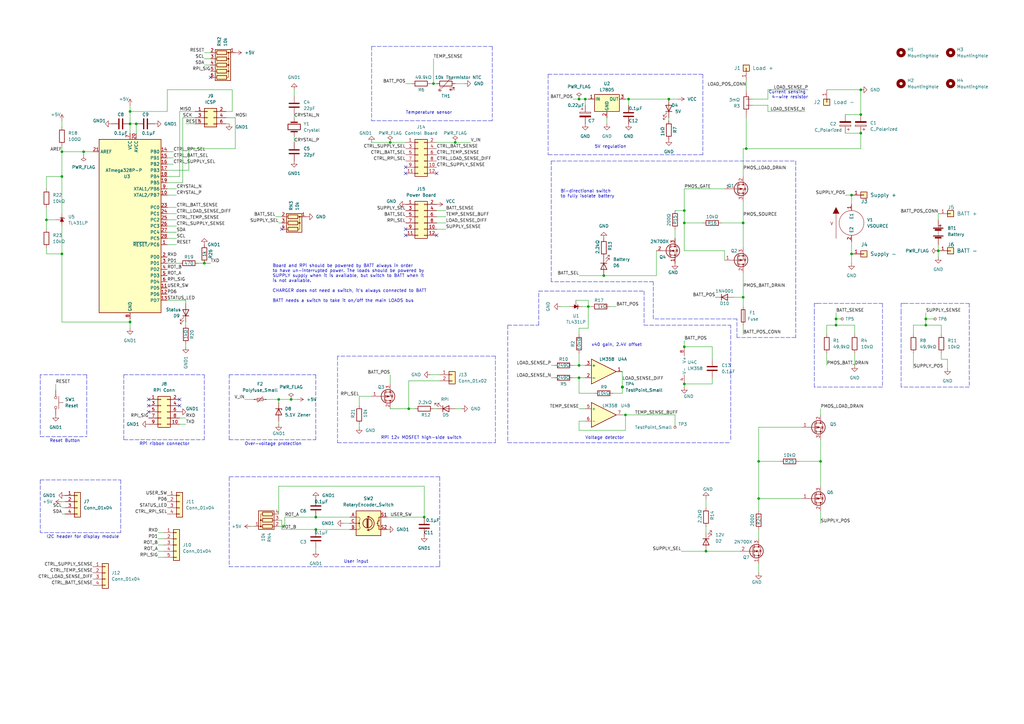
<source format=kicad_sch>
(kicad_sch (version 20211123) (generator eeschema)
  (paper "A3")
  (title_block (title "TARPN Power Manager") (date "2022-04-07") (rev "1") (company "David Arthur K4DBZ") (comment 1 "for TARPN nodes http://tarpn.net") (comment 2 "Power and charger monitoring with automatic shutdown"))
  (junction (at 53.34 45.72))
  (junction (at 247.65 113.03))
  (junction (at 274.32 40.64))
  (junction (at 25.4 72.39))
  (junction (at 83.82 107.95))
  (junction (at 349.25 104.14))
  (junction (at 25.4 62.23))
  (junction (at 353.06 36.83))
  (junction (at 167.64 167.64))
  (junction (at 114.3 163.83))
  (junction (at 19.05 90.17))
  (junction (at 53.34 50.8))
  (junction (at 304.8 121.92))
  (junction (at 240.03 40.64))
  (junction (at 237.49 40.64))
  (junction (at 353.06 46.99))
  (junction (at 353.06 54.61))
  (junction (at 280.67 157.48))
  (junction (at 289.56 226.06))
  (junction (at 311.15 204.47))
  (junction (at 160.02 58.42))
  (junction (at 186.69 58.42))
  (junction (at 379.73 130.81))
  (junction (at 280.67 91.44))
  (junction (at 342.9 133.35))
  (junction (at 336.55 189.23))
  (junction (at 304.8 91.44))
  (junction (at 256.54 170.18))
  (junction (at 306.07 60.96))
  (junction (at 379.73 133.35))
  (junction (at 53.34 132.08))
  (junction (at 173.99 212.09))
  (junction (at 25.4 104.14))
  (junction (at 349.25 80.01))
  (junction (at 129.54 212.09))
  (junction (at 237.49 149.86))
  (junction (at 241.3 125.73))
  (junction (at 34.29 62.23))
  (junction (at 384.81 102.87))
  (junction (at 342.9 130.81))
  (junction (at 129.54 217.17))
  (junction (at 280.67 142.24))
  (junction (at 177.8 34.29))
  (junction (at 237.49 154.94))
  (junction (at 55.88 50.8))
  (junction (at 255.27 158.75))
  (junction (at 311.15 189.23))
  (junction (at 280.67 86.36))
  (junction (at 119.38 163.83))
  (junction (at 257.81 40.64))
  (no_connect (at 86.36 31.75))
  (no_connect (at 60.96 166.37))
  (no_connect (at 60.96 168.91))
  (no_connect (at 115.57 93.98))
  (no_connect (at 166.37 68.58))
  (no_connect (at 166.37 93.98))
  (no_connect (at 179.07 96.52))
  (no_connect (at 166.37 96.52))
  (no_connect (at 179.07 71.12))
  (no_connect (at 166.37 71.12))
  (no_connect (at 60.96 163.83))
  (no_connect (at 73.66 163.83))
  (no_connect (at 73.66 166.37))
  (wire (pts (xy 147.32 162.56) (xy 152.4 162.56)))
  (wire (pts (xy 77.47 60.96) (xy 77.47 69.85)))
  (polyline (pts (xy 201.93 19.05) (xy 201.93 49.53)))
  (wire (pts (xy 339.09 133.35) (xy 342.9 133.35)))
  (wire (pts (xy 68.58 85.09) (xy 72.39 85.09)))
  (wire (pts (xy 289.56 215.9) (xy 289.56 218.44)))
  (polyline (pts (xy 326.39 138.43) (xy 302.26 138.43)))
  (wire (pts (xy 68.58 107.95) (xy 73.66 107.95)))
  (polyline (pts (xy 302.26 130.81) (xy 267.97 130.81)))
  (wire (pts (xy 83.82 107.95) (xy 86.36 107.95)))
  (wire (pts (xy 241.3 134.62) (xy 237.49 134.62)))
  (polyline (pts (xy 50.8 180.34) (xy 50.8 153.67)))
  (wire (pts (xy 64.77 218.44) (xy 67.31 218.44)))
  (wire (pts (xy 248.92 50.8) (xy 248.92 48.26)))
  (wire (pts (xy 64.77 223.52) (xy 67.31 223.52)))
  (wire (pts (xy 280.67 91.44) (xy 288.29 91.44)))
  (polyline (pts (xy 288.29 30.48) (xy 288.29 63.5)))
  (wire (pts (xy 25.4 104.14) (xy 25.4 132.08)))
  (wire (pts (xy 80.01 45.72) (xy 73.66 45.72)))
  (polyline (pts (xy 267.97 130.81) (xy 267.97 115.57)))
  (wire (pts (xy 256.54 170.18) (xy 256.54 176.53)))
  (wire (pts (xy 176.53 153.67) (xy 180.34 153.67)))
  (wire (pts (xy 73.66 171.45) (xy 76.2 171.45)))
  (wire (pts (xy 292.1 154.94) (xy 292.1 157.48)))
  (wire (pts (xy 129.54 217.17) (xy 143.51 217.17)))
  (wire (pts (xy 80.01 48.26) (xy 74.93 48.26)))
  (polyline (pts (xy 224.79 30.48) (xy 288.29 30.48)))
  (wire (pts (xy 25.4 208.28) (xy 26.67 208.28)))
  (polyline (pts (xy 203.2 181.61) (xy 203.2 146.05)))
  (wire (pts (xy 255.27 170.18) (xy 256.54 170.18)))
  (polyline (pts (xy 203.2 146.05) (xy 138.43 146.05)))
  (wire (pts (xy 229.87 125.73) (xy 233.68 125.73)))
  (wire (pts (xy 68.58 80.01) (xy 72.39 80.01)))
  (wire (pts (xy 237.49 161.29) (xy 243.84 161.29)))
  (wire (pts (xy 55.88 50.8) (xy 55.88 54.61)))
  (wire (pts (xy 158.75 212.09) (xy 173.99 212.09)))
  (polyline (pts (xy 220.98 133.35) (xy 220.98 119.38)))
  (wire (pts (xy 280.67 77.47) (xy 280.67 86.36)))
  (wire (pts (xy 143.51 214.63) (xy 140.97 214.63)))
  (wire (pts (xy 292.1 142.24) (xy 292.1 147.32)))
  (wire (pts (xy 374.65 133.35) (xy 379.73 133.35)))
  (wire (pts (xy 374.65 137.16) (xy 374.65 133.35)))
  (wire (pts (xy 304.8 60.96) (xy 306.07 60.96)))
  (wire (pts (xy 114.3 91.44) (xy 115.57 91.44)))
  (wire (pts (xy 269.24 102.87) (xy 269.24 113.03)))
  (wire (pts (xy 120.65 39.37) (xy 120.65 36.83)))
  (wire (pts (xy 73.66 45.72) (xy 73.66 72.39)))
  (wire (pts (xy 350.52 133.35) (xy 350.52 137.16)))
  (polyline (pts (xy 50.8 153.67) (xy 83.82 153.67)))
  (wire (pts (xy 304.8 121.92) (xy 304.8 125.73)))
  (wire (pts (xy 176.53 34.29) (xy 177.8 34.29)))
  (polyline (pts (xy 93.98 180.34) (xy 129.54 180.34)))
  (wire (pts (xy 73.66 173.99) (xy 76.2 173.99)))
  (polyline (pts (xy 50.8 180.34) (xy 83.82 180.34)))
  (wire (pts (xy 342.9 133.35) (xy 350.52 133.35)))
  (polyline (pts (xy 152.4 19.05) (xy 152.4 49.53)))
  (wire (pts (xy 242.57 125.73) (xy 241.3 125.73)))
  (wire (pts (xy 237.49 40.64) (xy 240.03 40.64)))
  (wire (pts (xy 179.07 167.64) (xy 177.8 167.64)))
  (wire (pts (xy 247.65 113.03) (xy 269.24 113.03)))
  (wire (pts (xy 304.8 111.76) (xy 304.8 121.92)))
  (wire (pts (xy 19.05 104.14) (xy 25.4 104.14)))
  (wire (pts (xy 342.9 130.81) (xy 345.44 130.81)))
  (wire (pts (xy 349.25 107.95) (xy 349.25 104.14)))
  (wire (pts (xy 81.28 107.95) (xy 83.82 107.95)))
  (wire (pts (xy 276.86 175.26) (xy 276.86 170.18)))
  (wire (pts (xy 311.15 217.17) (xy 311.15 220.98)))
  (wire (pts (xy 182.88 88.9) (xy 179.07 88.9)))
  (wire (pts (xy 64.77 228.6) (xy 67.31 228.6)))
  (wire (pts (xy 311.15 189.23) (xy 311.15 204.47)))
  (wire (pts (xy 68.58 95.25) (xy 72.39 95.25)))
  (wire (pts (xy 237.49 154.94) (xy 237.49 161.29)))
  (wire (pts (xy 120.65 46.99) (xy 120.65 48.26)))
  (wire (pts (xy 68.58 123.19) (xy 76.2 123.19)))
  (wire (pts (xy 256.54 40.64) (xy 257.81 40.64)))
  (wire (pts (xy 95.25 45.72) (xy 95.25 36.83)))
  (wire (pts (xy 68.58 45.72) (xy 53.34 45.72)))
  (wire (pts (xy 280.67 157.48) (xy 292.1 157.48)))
  (wire (pts (xy 160.02 58.42) (xy 166.37 58.42)))
  (polyline (pts (xy 138.43 146.05) (xy 138.43 181.61)))
  (polyline (pts (xy 369.57 128.27) (xy 369.57 124.46)))
  (wire (pts (xy 53.34 132.08) (xy 53.34 134.62)))
  (wire (pts (xy 257.81 40.64) (xy 274.32 40.64)))
  (wire (pts (xy 384.81 105.41) (xy 384.81 102.87)))
  (wire (pts (xy 53.34 43.18) (xy 53.34 45.72)))
  (wire (pts (xy 306.07 60.96) (xy 353.06 60.96)))
  (polyline (pts (xy 35.56 153.67) (xy 35.56 179.07)))
  (wire (pts (xy 336.55 167.64) (xy 336.55 170.18)))
  (wire (pts (xy 182.88 93.98) (xy 179.07 93.98)))
  (wire (pts (xy 177.8 24.13) (xy 177.8 34.29)))
  (wire (pts (xy 53.34 45.72) (xy 53.34 50.8)))
  (wire (pts (xy 241.3 123.19) (xy 241.3 125.73)))
  (wire (pts (xy 304.8 60.96) (xy 304.8 72.39)))
  (wire (pts (xy 186.69 58.42) (xy 193.04 58.42)))
  (wire (pts (xy 236.22 123.19) (xy 241.3 123.19)))
  (wire (pts (xy 379.73 133.35) (xy 386.08 133.35)))
  (polyline (pts (xy 16.51 196.85) (xy 49.53 196.85)))
  (wire (pts (xy 280.67 158.75) (xy 280.67 157.48)))
  (polyline (pts (xy 93.98 153.67) (xy 129.54 153.67)))
  (wire (pts (xy 74.93 48.26) (xy 74.93 74.93)))
  (wire (pts (xy 234.95 40.64) (xy 237.49 40.64)))
  (wire (pts (xy 114.3 165.1) (xy 114.3 163.83)))
  (wire (pts (xy 53.34 50.8) (xy 55.88 50.8)))
  (wire (pts (xy 96.52 48.26) (xy 96.52 60.96)))
  (wire (pts (xy 342.9 130.81) (xy 342.9 133.35)))
  (wire (pts (xy 80.01 50.8) (xy 76.2 50.8)))
  (wire (pts (xy 306.07 48.26) (xy 306.07 60.96)))
  (wire (pts (xy 289.56 204.47) (xy 289.56 208.28)))
  (wire (pts (xy 100.33 163.83) (xy 104.14 163.83)))
  (wire (pts (xy 76.2 140.97) (xy 76.2 142.24)))
  (polyline (pts (xy 361.95 124.46) (xy 361.95 158.75)))
  (polyline (pts (xy 264.16 119.38) (xy 264.16 133.35)))
  (polyline (pts (xy 334.01 124.46) (xy 335.28 124.46)))
  (wire (pts (xy 251.46 161.29) (xy 255.27 161.29)))
  (wire (pts (xy 240.03 172.72) (xy 237.49 172.72)))
  (wire (pts (xy 182.88 86.36) (xy 179.07 86.36)))
  (polyline (pts (xy 208.28 133.35) (xy 220.98 133.35)))
  (wire (pts (xy 386.08 133.35) (xy 386.08 137.16)))
  (wire (pts (xy 177.8 34.29) (xy 179.07 34.29)))
  (wire (pts (xy 166.37 34.29) (xy 168.91 34.29)))
  (wire (pts (xy 19.05 85.09) (xy 19.05 90.17)))
  (wire (pts (xy 311.15 204.47) (xy 328.93 204.47)))
  (wire (pts (xy 289.56 226.06) (xy 303.53 226.06)))
  (wire (pts (xy 19.05 90.17) (xy 22.86 90.17)))
  (wire (pts (xy 186.69 167.64) (xy 189.23 167.64)))
  (polyline (pts (xy 361.95 158.75) (xy 334.01 158.75)))
  (wire (pts (xy 96.52 60.96) (xy 77.47 60.96)))
  (wire (pts (xy 384.81 87.63) (xy 384.81 90.17)))
  (wire (pts (xy 114.3 163.83) (xy 119.38 163.83)))
  (wire (pts (xy 34.29 62.23) (xy 38.1 62.23)))
  (polyline (pts (xy 49.53 196.85) (xy 49.53 218.44)))
  (wire (pts (xy 257.81 43.18) (xy 257.81 40.64)))
  (wire (pts (xy 71.12 64.77) (xy 68.58 64.77)))
  (polyline (pts (xy 326.39 66.04) (xy 326.39 114.3)))
  (wire (pts (xy 297.18 102.87) (xy 297.18 106.68)))
  (wire (pts (xy 226.06 149.86) (xy 227.33 149.86)))
  (wire (pts (xy 330.2 45.72) (xy 314.96 45.72)))
  (polyline (pts (xy 180.34 231.14) (xy 180.34 232.41)))
  (wire (pts (xy 179.07 58.42) (xy 186.69 58.42)))
  (wire (pts (xy 240.03 40.64) (xy 241.3 40.64)))
  (wire (pts (xy 129.54 226.06) (xy 129.54 224.79)))
  (polyline (pts (xy 267.97 115.57) (xy 226.06 115.57)))
  (polyline (pts (xy 226.06 66.04) (xy 257.81 66.04)))
  (wire (pts (xy 311.15 175.26) (xy 311.15 189.23)))
  (wire (pts (xy 77.47 69.85) (xy 68.58 69.85)))
  (polyline (pts (xy 288.29 63.5) (xy 224.79 63.5)))
  (wire (pts (xy 276.86 86.36) (xy 280.67 86.36)))
  (wire (pts (xy 152.4 58.42) (xy 160.02 58.42)))
  (wire (pts (xy 379.73 130.81) (xy 383.54 130.81)))
  (wire (pts (xy 353.06 46.99) (xy 353.06 36.83)))
  (wire (pts (xy 19.05 101.6) (xy 19.05 104.14)))
  (wire (pts (xy 295.91 91.44) (xy 304.8 91.44)))
  (wire (pts (xy 304.8 91.44) (xy 304.8 101.6)))
  (wire (pts (xy 237.49 176.53) (xy 256.54 176.53)))
  (wire (pts (xy 64.77 226.06) (xy 67.31 226.06)))
  (wire (pts (xy 53.34 132.08) (xy 25.4 132.08)))
  (wire (pts (xy 336.55 209.55) (xy 336.55 214.63)))
  (wire (pts (xy 114.3 199.39) (xy 173.99 199.39)))
  (wire (pts (xy 114.3 172.72) (xy 114.3 173.99)))
  (wire (pts (xy 72.39 90.17) (xy 68.58 90.17)))
  (wire (pts (xy 280.67 77.47) (xy 297.18 77.47)))
  (wire (pts (xy 314.96 43.18) (xy 314.96 45.72)))
  (wire (pts (xy 25.4 92.71) (xy 25.4 104.14)))
  (polyline (pts (xy 152.4 19.05) (xy 201.93 19.05)))
  (wire (pts (xy 25.4 72.39) (xy 25.4 62.23)))
  (wire (pts (xy 116.84 212.09) (xy 129.54 212.09)))
  (wire (pts (xy 327.66 189.23) (xy 336.55 189.23)))
  (polyline (pts (xy 180.34 195.58) (xy 180.34 231.14)))
  (wire (pts (xy 379.73 130.81) (xy 379.73 133.35)))
  (wire (pts (xy 25.4 205.74) (xy 26.67 205.74)))
  (wire (pts (xy 308.61 40.64) (xy 314.96 40.64)))
  (wire (pts (xy 25.4 210.82) (xy 26.67 210.82)))
  (wire (pts (xy 129.54 212.09) (xy 143.51 212.09)))
  (wire (pts (xy 34.29 62.23) (xy 34.29 63.5)))
  (polyline (pts (xy 326.39 114.3) (xy 326.39 138.43)))
  (wire (pts (xy 76.2 132.08) (xy 76.2 133.35)))
  (polyline (pts (xy 93.98 180.34) (xy 93.98 153.67)))
  (wire (pts (xy 353.06 60.96) (xy 353.06 54.61)))
  (polyline (pts (xy 208.28 181.61) (xy 299.72 181.61)))
  (wire (pts (xy 311.15 231.14) (xy 311.15 234.95)))
  (wire (pts (xy 68.58 77.47) (xy 72.39 77.47)))
  (polyline (pts (xy 257.81 66.04) (xy 326.39 66.04)))
  (wire (pts (xy 68.58 74.93) (xy 74.93 74.93)))
  (wire (pts (xy 116.84 212.09) (xy 116.84 215.9)))
  (wire (pts (xy 53.34 130.81) (xy 53.34 132.08)))
  (polyline (pts (xy 299.72 180.34) (xy 299.72 133.35)))
  (wire (pts (xy 120.65 55.88) (xy 120.65 58.42)))
  (polyline (pts (xy 16.51 196.85) (xy 16.51 218.44)))
  (wire (pts (xy 349.25 104.14) (xy 349.25 99.06)))
  (wire (pts (xy 349.25 83.82) (xy 349.25 80.01)))
  (wire (pts (xy 237.49 154.94) (xy 240.03 154.94)))
  (wire (pts (xy 160.02 153.67) (xy 160.02 157.48)))
  (polyline (pts (xy 208.28 133.35) (xy 208.28 181.61)))
  (wire (pts (xy 109.22 163.83) (xy 114.3 163.83)))
  (wire (pts (xy 386.08 147.32) (xy 386.08 144.78)))
  (wire (pts (xy 304.8 82.55) (xy 304.8 91.44)))
  (wire (pts (xy 68.58 36.83) (xy 68.58 45.72)))
  (wire (pts (xy 280.67 86.36) (xy 280.67 91.44)))
  (wire (pts (xy 92.71 50.8) (xy 93.98 50.8)))
  (wire (pts (xy 114.3 210.82) (xy 114.3 199.39)))
  (polyline (pts (xy 180.34 195.58) (xy 93.98 195.58)))
  (wire (pts (xy 339.09 36.83) (xy 353.06 36.83)))
  (wire (pts (xy 95.25 36.83) (xy 68.58 36.83)))
  (wire (pts (xy 280.67 139.7) (xy 280.67 142.24)))
  (polyline (pts (xy 16.51 153.67) (xy 16.51 179.07)))
  (wire (pts (xy 92.71 48.26) (xy 96.52 48.26)))
  (wire (pts (xy 147.32 175.26) (xy 147.32 173.99)))
  (wire (pts (xy 167.64 156.21) (xy 180.34 156.21)))
  (wire (pts (xy 53.34 50.8) (xy 53.34 54.61)))
  (polyline (pts (xy 93.98 195.58) (xy 93.98 232.41)))
  (wire (pts (xy 280.67 142.24) (xy 292.1 142.24)))
  (wire (pts (xy 255.27 152.4) (xy 255.27 158.75)))
  (wire (pts (xy 238.76 125.73) (xy 241.3 125.73)))
  (wire (pts (xy 182.88 91.44) (xy 179.07 91.44)))
  (wire (pts (xy 237.49 137.16) (xy 237.49 134.62)))
  (wire (pts (xy 22.86 157.48) (xy 22.86 160.02)))
  (wire (pts (xy 276.86 93.98) (xy 276.86 97.79)))
  (wire (pts (xy 346.71 54.61) (xy 353.06 54.61)))
  (wire (pts (xy 19.05 90.17) (xy 19.05 93.98)))
  (polyline (pts (xy 370.84 124.46) (xy 397.51 124.46)))
  (wire (pts (xy 64.77 220.98) (xy 67.31 220.98)))
  (polyline (pts (xy 334.01 158.75) (xy 334.01 128.27)))
  (wire (pts (xy 73.66 72.39) (xy 68.58 72.39)))
  (wire (pts (xy 350.52 144.78) (xy 350.52 149.86)))
  (wire (pts (xy 388.62 147.32) (xy 386.08 147.32)))
  (polyline (pts (xy 220.98 119.38) (xy 264.16 119.38)))
  (wire (pts (xy 336.55 189.23) (xy 336.55 199.39)))
  (wire (pts (xy 160.02 167.64) (xy 167.64 167.64)))
  (wire (pts (xy 71.12 62.23) (xy 68.58 62.23)))
  (wire (pts (xy 167.64 167.64) (xy 167.64 156.21)))
  (wire (pts (xy 256.54 170.18) (xy 276.86 170.18)))
  (wire (pts (xy 255.27 158.75) (xy 255.27 161.29)))
  (wire (pts (xy 226.06 154.94) (xy 227.33 154.94)))
  (wire (pts (xy 116.84 215.9) (xy 114.3 215.9)))
  (wire (pts (xy 83.82 21.59) (xy 86.36 21.59)))
  (wire (pts (xy 83.82 24.13) (xy 86.36 24.13)))
  (wire (pts (xy 237.49 149.86) (xy 240.03 149.86)))
  (wire (pts (xy 237.49 167.64) (xy 240.03 167.64)))
  (wire (pts (xy 280.67 102.87) (xy 297.18 102.87)))
  (polyline (pts (xy 16.51 179.07) (xy 35.56 179.07)))
  (wire (pts (xy 102.87 215.9) (xy 104.14 215.9)))
  (wire (pts (xy 304.8 121.92) (xy 300.99 121.92)))
  (wire (pts (xy 342.9 128.27) (xy 342.9 130.81)))
  (wire (pts (xy 19.05 77.47) (xy 19.05 72.39)))
  (wire (pts (xy 379.73 128.27) (xy 379.73 130.81)))
  (wire (pts (xy 76.2 123.19) (xy 76.2 124.46)))
  (wire (pts (xy 237.49 144.78) (xy 237.49 149.86)))
  (wire (pts (xy 234.95 149.86) (xy 237.49 149.86)))
  (polyline (pts (xy 264.16 133.35) (xy 299.72 133.35)))
  (wire (pts (xy 68.58 87.63) (xy 72.39 87.63)))
  (polyline (pts (xy 35.56 153.67) (xy 16.51 153.67)))
  (polyline (pts (xy 93.98 232.41) (xy 180.34 232.41)))
  (wire (pts (xy 304.8 133.35) (xy 304.8 137.16)))
  (wire (pts (xy 331.47 36.83) (xy 314.96 36.83)))
  (wire (pts (xy 92.71 45.72) (xy 95.25 45.72)))
  (wire (pts (xy 25.4 87.63) (xy 25.4 72.39)))
  (wire (pts (xy 336.55 180.34) (xy 336.55 189.23)))
  (wire (pts (xy 119.38 163.83) (xy 121.92 163.83)))
  (wire (pts (xy 314.96 40.64) (xy 314.96 36.83)))
  (wire (pts (xy 115.57 213.36) (xy 114.3 213.36)))
  (wire (pts (xy 339.09 137.16) (xy 339.09 133.35)))
  (polyline (pts (xy 224.79 30.48) (xy 224.79 63.5)))
  (polyline (pts (xy 83.82 153.67) (xy 83.82 180.34)))
  (wire (pts (xy 25.4 62.23) (xy 34.29 62.23)))
  (polyline (pts (xy 397.51 124.46) (xy 397.51 158.75)))
  (wire (pts (xy 306.07 33.02) (xy 306.07 36.83)))
  (wire (pts (xy 237.49 172.72) (xy 237.49 176.53)))
  (wire (pts (xy 240.03 43.18) (xy 240.03 40.64)))
  (wire (pts (xy 308.61 43.18) (xy 314.96 43.18)))
  (wire (pts (xy 25.4 59.69) (xy 25.4 62.23)))
  (wire (pts (xy 237.49 113.03) (xy 247.65 113.03)))
  (wire (pts (xy 339.09 144.78) (xy 339.09 149.86)))
  (polyline (pts (xy 397.51 158.75) (xy 369.57 158.75)))
  (wire (pts (xy 186.69 34.29) (xy 190.5 34.29)))
  (polyline (pts (xy 369.57 124.46) (xy 370.84 124.46)))
  (polyline (pts (xy 334.01 128.27) (xy 334.01 124.46)))
  (wire (pts (xy 83.82 26.67) (xy 86.36 26.67)))
  (wire (pts (xy 328.93 175.26) (xy 311.15 175.26)))
  (polyline (pts (xy 335.28 124.46) (xy 361.95 124.46)))
  (polyline (pts (xy 129.54 153.67) (xy 129.54 180.34)))
  (polyline (pts (xy 226.06 115.57) (xy 226.06 66.04)))
  (wire (pts (xy 19.05 72.39) (xy 25.4 72.39)))
  (wire (pts (xy 68.58 92.71) (xy 72.39 92.71)))
  (wire (pts (xy 115.57 217.17) (xy 129.54 217.17)))
  (wire (pts (xy 274.32 48.26) (xy 274.32 49.53)))
  (polyline (pts (xy 302.26 138.43) (xy 302.26 130.81)))
  (wire (pts (xy 167.64 167.64) (xy 170.18 167.64)))
  (wire (pts (xy 374.65 144.78) (xy 374.65 151.13)))
  (wire (pts (xy 68.58 100.33) (xy 72.39 100.33)))
  (wire (pts (xy 71.12 67.31) (xy 68.58 67.31)))
  (polyline (pts (xy 201.93 49.53) (xy 152.4 49.53)))
  (wire (pts (xy 252.73 125.73) (xy 250.19 125.73)))
  (wire (pts (xy 388.62 147.32) (xy 388.62 151.13)))
  (wire (pts (xy 346.71 46.99) (xy 353.06 46.99)))
  (wire (pts (xy 173.99 199.39) (xy 173.99 212.09)))
  (wire (pts (xy 241.3 125.73) (xy 241.3 134.62)))
  (wire (pts (xy 274.32 40.64) (xy 278.13 40.64)))
  (wire (pts (xy 68.58 97.79) (xy 72.39 97.79)))
  (polyline (pts (xy 49.53 218.44) (xy 16.51 218.44)))
  (wire (pts (xy 280.67 91.44) (xy 280.67 102.87)))
  (wire (pts (xy 147.32 162.56) (xy 147.32 166.37)))
  (wire (pts (xy 311.15 204.47) (xy 311.15 209.55)))
  (wire (pts (xy 384.81 102.87) (xy 384.81 100.33)))
  (wire (pts (xy 25.4 49.53) (xy 25.4 52.07)))
  (polyline (pts (xy 369.57 158.75) (xy 369.57 128.27)))
  (wire (pts (xy 115.57 213.36) (xy 115.57 217.17)))
  (polyline (pts (xy 138.43 181.61) (xy 203.2 181.61)))
  (wire (pts (xy 346.71 80.01) (xy 349.25 80.01)))
  (wire (pts (xy 113.03 88.9) (xy 115.57 88.9)))
  (wire (pts (xy 311.15 189.23) (xy 320.04 189.23)))
  (wire (pts (xy 279.4 226.06) (xy 289.56 226.06)))
  (wire (pts (xy 234.95 154.94) (xy 237.49 154.94)))
  (text "I2C header for display module" (at 19.05 220.98 0) (effects (font (size 1.27 1.27)) (justify left bottom)))
  (text "Bi-directional switch\nto fully isolate battery" (at 229.87 81.28 0) (effects (font (size 1.27 1.27)) (justify left bottom)))
  (text "RPi 12v MOSFET high-side switch" (at 156.21 180.34 0) (effects (font (size 1.27 1.27)) (justify left bottom)))
  (text "RPi ribbon connector" (at 57.15 182.88 0) (effects (font (size 1.27 1.27)) (justify left bottom)))
  (text "Reset Button" (at 20.32 181.61 0) (effects (font (size 1.27 1.27)) (justify left bottom)))
  (text "Board and RPi should be powered by BATT always in order \nto have un-interrupted power. The loads should be powered by\nSUPPLY supply when it is available, but switch to BATT when it\nis not available.\n\nCHARGER does not need a switch, it's always connected to BATT\n\nBATT needs a switch to take it on/off the main LOADS bus\n\n\n" (at 111.76 128.27 0) (effects (font (size 1.27 1.27)) (justify left bottom)))
  (text "5V regulation" (at 243.84 60.96 0) (effects (font (size 1.27 1.27)) (justify left bottom)))
  (text "Temperature sensor" (at 166.37 46.99 0) (effects (font (size 1.27 1.27)) (justify left bottom)))
  (text "Over-voltage protection" (at 100.33 182.88 0) (effects (font (size 1.27 1.27)) (justify left bottom)))
  (text "x40 gain, 2.4V offset" (at 242.57 142.24 0) (effects (font (size 1.27 1.27)) (justify left bottom)))
  (text "Current sensing \n4-wire resistor\n" (at 331.47 40.64 180) (effects (font (size 1.27 1.27)) (justify right bottom)))
  (text "Voltage detector" (at 240.03 180.34 0) (effects (font (size 1.27 1.27)) (justify left bottom)))
  (text "User input" (at 140.97 231.14 0) (effects (font (size 1.27 1.27)) (justify left bottom)))
  (label "CTRL_BATT_SENSE" (at 179.07 60.96 0))
  (label "TEMP_SENSE_BUFF" (at 182.88 88.9 0))
  (label "MOSI" (at 96.52 48.26 0))
  (label "SUPPLY_POS" (at 374.65 151.13 0))
  (label "CTRL_LOAD_SENSE_DIFF" (at 72.39 87.63 0))
  (label "SDA" (at 25.4 210.82 180))
  (label "BATT_POS" (at 234.95 40.64 180))
  (label "PMOS_GATE" (at 280.67 77.47 0))
  (label "SUPPLY_SEL" (at 279.4 226.06 180))
  (label "PD6" (at 68.58 120.65 0))
  (label "BATT_POS" (at 166.37 34.29 180))
  (label "SCL" (at 25.4 208.28 180))
  (label "CTRL_LOAD_SENSE_DIFF" (at 38.1 237.49 180))
  (label "CTRL_TEMP_SENSE" (at 38.1 234.95 180))
  (label "RESET" (at 22.86 157.48 0))
  (label "BATT_SEL" (at 113.03 88.9 180))
  (label "TEMP_SENSE" (at 237.49 167.64 180))
  (label "CTRL_SUPPLY_SENSE" (at 38.1 232.41 180))
  (label "RPI_SEL" (at 166.37 91.44 180))
  (label "LOAD_SENSE_P" (at 331.47 36.83 180))
  (label "BATT_SEL" (at 166.37 88.9 180))
  (label "SDA" (at 72.39 95.25 0))
  (label "RPI_SEL" (at 147.32 162.56 180))
  (label "TXD" (at 76.2 173.99 0))
  (label "ROT_B" (at 115.57 217.17 0))
  (label "BATT_POS" (at 160.02 153.67 180))
  (label "RPI_SIG" (at 64.77 228.6 180))
  (label "STATUS_LED" (at 68.58 208.28 180))
  (label "RXD" (at 64.77 218.44 180))
  (label "LOAD_SENSE_N" (at 330.2 45.72 180))
  (label "PD6" (at 68.58 205.74 180))
  (label "CRYSTAL_P" (at 72.39 80.01 0))
  (label "SCL" (at 72.39 97.79 0))
  (label "AREF" (at 25.4 62.23 180))
  (label "USER_SW" (at 168.91 212.09 180))
  (label "LOAD_SENSE_N" (at 226.06 154.94 180))
  (label "PMOS_BATT_DRAIN" (at 339.09 149.86 0))
  (label "RPI_SIG" (at 68.58 115.57 0))
  (label "BATT_POS_CONN" (at 384.81 87.63 180))
  (label "PMOS_LOAD_DRAIN" (at 336.55 167.64 0))
  (label "CTRL_TEMP_SENSE" (at 72.39 90.17 0))
  (label "MISO" (at 73.66 45.72 0))
  (label "PD1" (at 68.58 107.95 0))
  (label "PMOS_LOAD_DRAIN" (at 304.8 69.85 0))
  (label "ROT_B" (at 64.77 223.52 180))
  (label "PMOS_BATT_DRAIN" (at 304.8 118.11 0))
  (label "CRYSTAL_N" (at 72.39 77.47 0))
  (label "V_IN" (at 193.04 58.42 0))
  (label "CTRL_BATT_SEL" (at 166.37 63.5 180))
  (label "CRYSTAL_P" (at 120.65 58.42 0))
  (label "RXD" (at 76.2 171.45 0))
  (label "BATT_POS_CONN" (at 304.8 137.16 0))
  (label "SUPPLY_POS" (at 336.55 214.63 0))
  (label "RPI_SIG" (at 86.36 29.21 180))
  (label "BATT_POS" (at 252.73 125.73 0))
  (label "CTRL_BATT_SENSE" (at 38.1 240.03 180))
  (label "SUPPLY_SENSE" (at 182.88 93.98 0))
  (label "SUPPLY_POS" (at 346.71 80.01 180))
  (label "ROT_A" (at 68.58 113.03 0))
  (label "TEMP_SENSE" (at 177.8 24.13 0))
  (label "BATT_SEL" (at 237.49 113.03 180))
  (label "SUPPLY_SEL" (at 166.37 86.36 180))
  (label "RESET" (at 76.2 50.8 0))
  (label "CTRL_BATT_SEL" (at 71.12 64.77 0))
  (label "ROT_B" (at 68.58 110.49 0))
  (label "CTRL_SUPPLY_SEL" (at 71.12 67.31 0))
  (label "LOAD_SENSE_DIFF" (at 255.27 156.21 0))
  (label "USER_SW" (at 68.58 203.2 180))
  (label "RESET" (at 72.39 100.33 0))
  (label "BATT_SENSE" (at 342.9 128.27 0))
  (label "CTRL_SUPPLY_SENSE" (at 179.07 68.58 0))
  (label "SDA" (at 83.82 26.67 180))
  (label "LOAD_SENSE_P" (at 226.06 149.86 180))
  (label "RPI_SIG" (at 60.96 171.45 180))
  (label "BATT_POS" (at 280.67 139.7 0))
  (label "SUPPLY_SEL" (at 114.3 91.44 180))
  (label "RESET" (at 83.82 21.59 180))
  (label "PMOS_SOURCE" (at 304.8 88.9 0))
  (label "CTRL_LOAD_SENSE_DIFF" (at 179.07 66.04 0))
  (label "V_IN" (at 100.33 163.83 180))
  (label "TEMP_SENSE_BUFF" (at 260.35 170.18 0))
  (label "USER_SW" (at 68.58 118.11 0))
  (label "CTRL_SUPPLY_SEL" (at 166.37 60.96 180))
  (label "TXD" (at 86.36 107.95 0))
  (label "ROT_A" (at 116.84 212.09 0))
  (label "RXD" (at 68.58 105.41 0))
  (label "SCL" (at 83.82 24.13 180))
  (label "STATUS_LED" (at 68.58 123.19 0))
  (label "SCK" (at 74.93 48.26 0))
  (label "LOAD_SENSE_DIFF" (at 182.88 91.44 0))
  (label "CTRL_RPI_SEL" (at 68.58 210.82 180))
  (label "CTRL_RPI_SEL" (at 71.12 62.23 0))
  (label "CTRL_TEMP_SENSE" (at 179.07 63.5 0))
  (label "CRYSTAL_N" (at 120.65 48.26 0))
  (label "LOAD_POS_CONN" (at 306.07 35.56 180))
  (label "BATT_SENSE" (at 182.88 86.36 0))
  (label "PD1" (at 64.77 220.98 180))
  (label "BATT_POS" (at 293.37 121.92 180))
  (label "CTRL_SUPPLY_SENSE" (at 72.39 92.71 0))
  (label "SUPPLY_SENSE" (at 379.73 128.27 0))
  (label "CTRL_BATT_SENSE" (at 72.39 85.09 0))
  (label "CTRL_RPI_SEL" (at 166.37 66.04 180))
  (label "ROT_A" (at 64.77 226.06 180))
  (symbol (lib_id "Device:R") (at 237.49 140.97 180) (unit 1)
    (property "Reference" "R2" (at 234.95 139.7 90) (effects (justify left)))
    (property "Value" "10kΩ" (at 237.49 138.43 90) (effects (justify left)))
    (property "Footprint" "Resistor_THT:R_Axial_DIN0207_L6.3mm_D2.5mm_P10.16mm_Horizontal" (effects hide))
  )
  (symbol (lib_id "power:GND") (at 276.86 107.95 0) (unit 1)
    (property "Reference" "#PWR0135" (effects hide))
    (property "Value" "GND" (at 278.13 111.76 0) (effects (justify right)))
  )
  (symbol (lib_id "power:+5V") (at 96.52 21.59 270) (unit 1)
    (property "Reference" "#PWR0136" (effects hide))
    (property "Value" "+5V" (at 100.33 21.5899 90) (effects (justify left)))
  )
  (symbol (lib_id "power:GND1") (at 140.97 214.63 270) (unit 1)
    (property "Reference" "#PWR0108" (effects hide))
    (property "Value" "GND1" (at 137.16 214.6299 90) (effects (justify right)))
  )
  (symbol (lib_id "power:GND1") (at 173.99 219.71 0) (unit 1)
    (property "Reference" "#PWR0125" (effects hide))
    (property "Value" "GND1" (at 173.99 224.79 0))
  )
  (symbol (lib_id "Device:C") (at 120.65 43.18 0) (unit 1)
    (property "Reference" "C4" (at 124.46 41.9099 0) (effects (justify left)))
    (property "Value" "22pF" (at 124.46 44.4499 0) (effects (justify left)))
    (property "Footprint" "Capacitor_THT:C_Disc_D3.0mm_W2.0mm_P2.50mm" (effects hide))
  )
  (symbol (lib_id "Mechanical:MountingHole") (at 369.57 21.59 0) (unit 1)
    (property "Reference" "H1" (at 372.11 20.3199 0) (effects (justify left)))
    (property "Value" "MountingHole" (at 372.11 22.8599 0) (effects (justify left)))
    (property "Footprint" "MountingHole:MountingHole_4.3mm_M4" (effects hide))
  )
  (symbol (lib_id "Device:C") (at 257.81 46.99 180) (unit 1)
    (property "Reference" "C12" (at 257.81 49.53 0) (effects (justify right)))
    (property "Value" "0.1µF" (at 257.81 44.45 0) (effects (justify right)))
    (property "Footprint" "Capacitor_THT:C_Disc_D3.0mm_W2.0mm_P2.50mm" (effects hide))
  )
  (symbol (lib_id "Device:R") (at 231.14 149.86 270) (unit 1)
    (property "Reference" "R10" (at 231.14 147.32 90))
    (property "Value" "249Ω" (at 231.14 149.86 90))
    (property "Footprint" "Resistor_THT:R_Axial_DIN0207_L6.3mm_D2.5mm_P10.16mm_Horizontal" (effects hide))
  )
  (symbol (lib_id "power:GND1") (at 83.82 100.33 180) (unit 1)
    (property "Reference" "#PWR0148" (effects hide))
    (property "Value" "GND1" (at 85.09 100.33 0) (effects (justify right)))
  )
  (symbol (lib_id "Device:Q_PMOS_GDS") (at 334.01 175.26 0) (unit 1)
    (property "Reference" "Q5" (at 340.36 173.9899 0) (effects (justify left)))
    (property "Value" "IRF4905" (effects hide))
    (property "Footprint" "Package_TO_SOT_SMD:TO-252-2-ViasHandSolder" (effects hide))
  )
  (symbol (lib_id "Amplifier_Operational:LM358") (at 247.65 170.18 0) (unit 2)
    (property "Reference" "U4" (at 256.54 166.37 0))
    (property "Value" "LM358" (at 250.19 166.37 0))
    (property "Datasheet" "http://www.ti.com/lit/ds/symlink/lm2904-n.pdf" (effects hide))
  )
  (symbol (lib_id "Connector_Generic:Conn_01x01") (at 354.33 104.14 0) (unit 1)
    (property "Reference" "J4" (at 353.06 100.33 0) (effects (font (size 1.524 1.524)) (justify left)))
    (property "Value" "Supply -" (at 356.87 104.14 0) (effects (font (size 1.524 1.524)) (justify left)))
    (property "Footprint" "Connector:B6A-PCB-RS" (effects hide))
  )
  (symbol (lib_id "power:PWR_FLAG") (at 237.49 40.64 0) (unit 1)
    (property "Reference" "#FLG04" (effects hide))
    (property "Value" "PWR_FLAG" (at 237.49 35.56 0))
  )
  (symbol (lib_id "power:GND") (at 247.65 97.79 180) (unit 1)
    (property "Reference" "#PWR0131" (effects hide))
    (property "Value" "GND" (at 247.65 92.71 0))
  )
  (symbol (lib_id "Connector_Generic:Conn_01x01") (at 339.09 41.91 90) (mirror x) (unit 1)
    (property "Reference" "J2" (at 336.55 41.91 90) (effects (font (size 1.524 1.524)) (justify left)))
    (property "Value" "Load -" (at 350.52 41.91 90) (effects (font (size 1.524 1.524)) (justify left)))
    (property "Footprint" "Connector:B6A-PCB-RS" (effects hide))
  )
  (symbol (lib_id "power:VCC") (at 179.07 83.82 270) (unit 1)
    (property "Reference" "#PWR0133" (effects hide))
    (property "Value" "VCC" (at 182.88 82.55 90) (effects (justify left)))
  )
  (symbol (lib_id "power:GND1") (at 53.34 134.62 0) (unit 1)
    (property "Reference" "#PWR0110" (effects hide))
    (property "Value" "GND1" (at 53.34 139.7 0))
  )
  (symbol (lib_id "power:+5V") (at 25.4 49.53 0) (unit 1)
    (property "Reference" "#PWR0119" (effects hide))
    (property "Value" "+5V" (at 22.86 46.99 0))
  )
  (symbol (lib_id "Device:R") (at 289.56 212.09 0) (unit 1)
    (property "Reference" "R14" (at 292.1 213.36 90) (effects (justify left)))
    (property "Value" "2.2kΩ" (at 287.02 214.63 90) (effects (justify left)))
    (property "Footprint" "Resistor_THT:R_Axial_DIN0207_L6.3mm_D2.5mm_P10.16mm_Horizontal" (effects hide))
  )
  (symbol (lib_id "Mechanical:MountingHole") (at 369.57 34.29 0) (unit 1)
    (property "Reference" "H2" (at 372.11 33.0199 0) (effects (justify left)))
    (property "Value" "MountingHole" (at 372.11 35.5599 0) (effects (justify left)))
    (property "Footprint" "MountingHole:MountingHole_4.3mm_M4" (effects hide))
  )
  (symbol (lib_id "Device:R") (at 147.32 170.18 180) (unit 1)
    (property "Reference" "R21" (at 144.78 167.64 90) (effects (justify left)))
    (property "Value" "10k" (at 149.86 167.64 90) (effects (justify left)))
    (property "Footprint" "Resistor_THT:R_Axial_DIN0207_L6.3mm_D2.5mm_P10.16mm_Horizontal" (effects hide))
  )
  (symbol (lib_id "Device:R") (at 76.2 137.16 0) (mirror y) (unit 1)
    (property "Reference" "R20" (at 78.74 137.16 90))
    (property "Value" "1kΩ" (at 76.2 137.16 90))
    (property "Footprint" "Resistor_THT:R_Axial_DIN0207_L6.3mm_D2.5mm_P10.16mm_Horizontal" (effects hide))
  )
  (symbol (lib_id "Device:R_Network03") (at 109.22 213.36 90) (unit 1)
    (property "Reference" "RN4" (at 110.49 218.44 0) (effects (justify right)))
    (property "Value" "10k" (at 107.95 218.44 0) (effects (justify right)))
    (property "Footprint" "Resistor_THT:R_Array_SIP4" (effects hide))
    (property "Datasheet" "http://www.vishay.com/docs/31509/csc.pdf" (effects hide))
  )
  (symbol (lib_id "Device:Battery") (at 384.81 95.25 0) (unit 1) (on_board no)
    (property "Reference" "BT1" (at 388.62 93.5989 0) (effects (justify left)))
    (property "Value" "Battery" (at 388.62 96.1389 0) (effects (justify left)))
  )
  (symbol (lib_id "Device:Q_PMOS_GDS") (at 334.01 204.47 0) (mirror x) (unit 1)
    (property "Reference" "Q6" (at 339.09 201.93 0) (effects (justify left)))
    (property "Value" "IRF4905" (effects hide))
    (property "Footprint" "Package_TO_SOT_SMD:TO-252-2-ViasHandSolder" (effects hide))
  )
  (symbol (lib_id "power:GND1") (at 152.4 58.42 180) (unit 1)
    (property "Reference" "#PWR0137" (effects hide))
    (property "Value" "GND1" (at 147.32 54.61 0) (effects (justify right)))
  )
  (symbol (lib_id "Device:C") (at 292.1 151.13 180) (unit 1)
    (property "Reference" "C13" (at 295.91 149.8599 0) (effects (justify right)))
    (property "Value" "0.1µF" (at 295.91 152.3999 0) (effects (justify right)))
    (property "Footprint" "Capacitor_THT:C_Disc_D3.0mm_W2.0mm_P2.50mm" (effects hide))
  )
  (symbol (lib_id "Transistor_FET:2N7000") (at 274.32 102.87 0) (unit 1)
    (property "Reference" "Q4" (at 271.78 105.41 0))
    (property "Value" "2N700X" (at 270.51 99.06 0))
    (property "Footprint" "Package_TO_SOT_THT:TO-92_HandSolder" (effects hide))
    (property "Datasheet" "https://www.onsemi.com/pub/Collateral/NDS7002A-D.PDF" (effects hide))
  )
  (symbol (lib_id "Device:R") (at 231.14 154.94 90) (unit 1)
    (property "Reference" "R5" (at 231.14 157.48 90))
    (property "Value" "249Ω" (at 231.14 154.94 90))
    (property "Footprint" "Resistor_THT:R_Axial_DIN0207_L6.3mm_D2.5mm_P10.16mm_Horizontal" (effects hide))
  )
  (symbol (lib_id "Regulator_Linear:L7805") (at 248.92 40.64 0) (unit 1)
    (property "Reference" "U2" (at 248.92 34.29 0))
    (property "Value" "L7805" (at 248.92 36.83 0))
    (property "Footprint" "Package_TO_SOT_THT:TO-220-3_Vertical" (effects hide))
    (property "Datasheet" "http://www.st.com/content/ccc/resource/technical/document/datasheet/41/4f/b3/b0/12/d4/47/88/CD00000444.pdf/files/CD00000444.pdf/jcr:content/translations/en.CD00000444.pdf" (effects hide))
  )
  (symbol (lib_id "Amplifier_Operational:LM358") (at 283.21 149.86 0) (unit 3)
    (property "Reference" "U4" (at 281.94 148.5899 0) (effects (justify left)))
    (property "Value" "LM358" (at 281.94 151.1299 0) (effects (justify left)))
    (property "Datasheet" "http://www.ti.com/lit/ds/symlink/lm2904-n.pdf" (effects hide))
  )
  (symbol (lib_id "Connector_Generic:Conn_02x06_Odd_Even") (at 171.45 63.5 0) (unit 1)
    (property "Reference" "J14" (at 172.72 52.07 0))
    (property "Value" "Control Board" (at 172.72 54.61 0))
    (property "Footprint" "Connector_IDC:IDC-Header_2x06_P2.54mm_Vertical" (effects hide))
  )
  (symbol (lib_id "power:GND1") (at 63.5 50.8 90) (unit 1)
    (property "Reference" "#PWR0104" (effects hide))
    (property "Value" "GND1" (at 67.31 50.7999 90) (effects (justify right)))
  )
  (symbol (lib_id "Device:R") (at 246.38 125.73 90) (unit 1)
    (property "Reference" "R17" (at 247.65 123.19 90) (effects (justify left)))
    (property "Value" "1kΩ" (at 248.92 125.73 90) (effects (justify left)))
    (property "Footprint" "Resistor_THT:R_Axial_DIN0207_L6.3mm_D2.5mm_P10.16mm_Horizontal" (effects hide))
  )
  (symbol (lib_id "power:GND1") (at 60.96 173.99 270) (unit 1)
    (property "Reference" "#PWR0120" (effects hide))
    (property "Value" "GND1" (at 57.15 173.9899 90) (effects (justify right)))
  )
  (symbol (lib_id "power:GND1") (at 114.3 173.99 0) (unit 1)
    (property "Reference" "#PWR0103" (effects hide))
    (property "Value" "GND1" (at 111.76 177.8 0) (effects (justify left)))
  )
  (symbol (lib_id "Device:R") (at 374.65 140.97 0) (unit 1)
    (property "Reference" "R8" (at 377.19 139.6999 0) (effects (justify left)))
    (property "Value" "49.9kΩ" (at 377.19 142.2399 0) (effects (justify left)))
    (property "Footprint" "Resistor_THT:R_Axial_DIN0207_L6.3mm_D2.5mm_P10.16mm_Horizontal" (effects hide))
  )
  (symbol (lib_id "Connector_Generic:Conn_01x04") (at 31.75 205.74 0) (unit 1)
    (property "Reference" "J7" (at 34.29 205.7399 0) (effects (justify left)))
    (property "Value" "Conn_01x04" (at 34.29 208.2799 0) (effects (justify left)))
    (property "Footprint" "Connector_PinHeader_2.54mm:PinHeader_1x04_P2.54mm_Vertical" (effects hide))
  )
  (symbol (lib_id "Device:R") (at 311.15 213.36 180) (unit 1)
    (property "Reference" "R24" (at 311.15 213.36 90))
    (property "Value" "200Ω" (at 308.61 213.36 90))
    (property "Footprint" "Resistor_THT:R_Axial_DIN0207_L6.3mm_D2.5mm_P10.16mm_Horizontal" (effects hide))
  )
  (symbol (lib_id "power:+5V") (at 121.92 163.83 270) (unit 1)
    (property "Reference" "#PWR0105" (effects hide))
    (property "Value" "+5V" (at 125.73 163.8299 90) (effects (justify left)))
  )
  (symbol (lib_id "Device:C_Polarized") (at 346.71 50.8 180) (unit 1)
    (property "Reference" "C2" (at 340.36 50.8 0) (effects (justify right)))
    (property "Value" "C_Polarized" (at 334.01 53.34 0) (effects (justify right)))
    (property "Footprint" "Capacitor_THT:CP_Radial_D6.3mm_P2.50mm" (effects hide))
  )
  (symbol (lib_id "Device:R") (at 350.52 140.97 0) (unit 1)
    (property "Reference" "R4" (at 353.06 139.6999 0) (effects (justify left)))
    (property "Value" "10kΩ" (at 353.06 142.2399 0) (effects (justify left)))
    (property "Footprint" "Resistor_THT:R_Axial_DIN0207_L6.3mm_D2.5mm_P10.16mm_Horizontal" (effects hide))
  )
  (symbol (lib_id "Reference_Voltage:TL431LP") (at 236.22 125.73 0) (unit 1)
    (property "Reference" "U1" (at 236.22 129.54 0))
    (property "Value" "TL431LP" (at 236.22 132.08 0))
    (property "Footprint" "Package_TO_SOT_THT:TO-92_Inline_Wide" (effects hide))
    (property "Datasheet" "http://www.ti.com/lit/ds/symlink/tl431.pdf" (effects hide))
  )
  (symbol (lib_id "Device:Fuse") (at 304.8 129.54 0) (mirror y) (unit 1)
    (property "Reference" "F1" (at 309.88 128.27 0) (effects (justify left)))
    (property "Value" "Fuse" (at 311.15 130.81 0) (effects (justify left)))
    (property "Footprint" "Fuse:JCASE" (effects hide))
  )
  (symbol (lib_id "Device:C") (at 120.65 62.23 0) (unit 1)
    (property "Reference" "C5" (at 124.46 60.9599 0) (effects (justify left)))
    (property "Value" "22pF" (at 124.46 63.4999 0) (effects (justify left)))
    (property "Footprint" "Capacitor_THT:C_Disc_D3.0mm_W2.0mm_P2.50mm" (effects hide))
  )
  (symbol (lib_id "Device:R") (at 172.72 34.29 270) (unit 1)
    (property "Reference" "R6" (at 171.45 36.83 90) (effects (justify left)))
    (property "Value" "49.9kΩ" (at 170.18 31.75 90) (effects (justify left)))
    (property "Footprint" "Resistor_THT:R_Axial_DIN0207_L6.3mm_D2.5mm_P10.16mm_Horizontal" (effects hide))
  )
  (symbol (lib_id "power:PWR_FLAG") (at 34.29 63.5 180) (unit 1)
    (property "Reference" "#FLG0101" (effects hide))
    (property "Value" "PWR_FLAG" (at 34.29 68.58 0))
  )
  (symbol (lib_id "Device:R") (at 323.85 189.23 90) (unit 1)
    (property "Reference" "R25" (at 323.85 189.23 90))
    (property "Value" "10kΩ" (at 323.85 186.69 90))
    (property "Footprint" "Resistor_THT:R_Axial_DIN0207_L6.3mm_D2.5mm_P10.16mm_Horizontal" (effects hide))
  )
  (symbol (lib_id "Diode:1N4001") (at 297.18 121.92 0) (unit 1)
    (property "Reference" "D10" (at 297.18 124.46 0))
    (property "Value" "1N4001" (at 297.18 119.38 0))
    (property "Footprint" "Diode_THT:D_DO-41_SOD81_P10.16mm_Horizontal" (effects hide))
    (property "Datasheet" "http://www.vishay.com/docs/88503/1n4001.pdf" (effects hide))
  )
  (symbol (lib_id "power:+5V") (at 25.4 205.74 90) (unit 1)
    (property "Reference" "#PWR0139" (effects hide))
    (property "Value" "+5V" (at 21.59 205.7399 90) (effects (justify left)))
  )
  (symbol (lib_id "Connector_Generic:Conn_01x01") (at 306.07 27.94 270) (mirror x) (unit 1)
    (property "Reference" "J1" (at 300.99 27.94 90) (effects (font (size 1.524 1.524)) (justify left)))
    (property "Value" "Load +" (at 308.61 27.94 90) (effects (font (size 1.524 1.524)) (justify left)))
    (property "Footprint" "Connector:B6A-PCB-RS" (effects hide))
  )
  (symbol (lib_id "power:GND") (at 166.37 83.82 270) (unit 1)
    (property "Reference" "#PWR0134" (effects hide))
    (property "Value" "GND" (at 162.56 82.55 90) (effects (justify right)))
  )
  (symbol (lib_id "Device:R") (at 274.32 53.34 0) (unit 1)
    (property "Reference" "R7" (at 276.86 54.61 90) (effects (justify left)))
    (property "Value" "1kΩ" (at 271.78 55.88 90) (effects (justify left)))
    (property "Footprint" "Resistor_THT:R_Axial_DIN0207_L6.3mm_D2.5mm_P10.16mm_Horizontal" (effects hide))
  )
  (symbol (lib_id "power:VCC") (at 278.13 40.64 270) (unit 1)
    (property "Reference" "#PWR0140" (effects hide))
    (property "Value" "VCC" (at 281.94 40.6399 90) (effects (justify left)))
  )
  (symbol (lib_id "power:GND") (at 274.32 57.15 0) (unit 1)
    (property "Reference" "#PWR0147" (effects hide))
    (property "Value" "GND" (at 274.32 62.23 0))
  )
  (symbol (lib_id "power:GND") (at 125.73 88.9 90) (unit 1)
    (property "Reference" "#PWR0101" (effects hide))
    (property "Value" "GND" (at 129.54 88.8999 90) (effects (justify right)))
  )
  (symbol (lib_id "Amplifier_Operational:LM358") (at 247.65 152.4 0) (unit 1)
    (property "Reference" "U4" (at 255.27 147.32 0))
    (property "Value" "LM358" (at 248.92 147.32 0))
    (property "Footprint" "Package_DIP:DIP-8_W7.62mm" (effects hide))
    (property "Datasheet" "http://www.ti.com/lit/ds/symlink/lm2904-n.pdf" (effects hide))
  )
  (symbol (lib_id "power:GND") (at 248.92 50.8 0) (unit 1)
    (property "Reference" "#PWR0107" (effects hide))
    (property "Value" "GND" (at 248.92 55.88 0))
  )
  (symbol (lib_id "Connector_Generic:Conn_01x04") (at 43.18 234.95 0) (unit 1)
    (property "Reference" "J12" (at 45.72 234.9499 0) (effects (justify left)))
    (property "Value" "Conn_01x04" (at 45.72 237.4899 0) (effects (justify left)))
    (property "Footprint" "Connector_PinHeader_2.54mm:PinHeader_1x04_P2.54mm_Vertical" (effects hide))
  )
  (symbol (lib_id "Device:C") (at 59.69 50.8 270) (unit 1)
    (property "Reference" "C9" (at 59.69 46.99 90))
    (property "Value" "0.1µF" (at 60.96 54.61 90))
    (property "Footprint" "Capacitor_THT:C_Disc_D3.0mm_W2.0mm_P2.50mm" (effects hide))
  )
  (symbol (lib_id "Reference_Voltage:TL431LP") (at 25.4 90.17 90) (unit 1)
    (property "Reference" "U5" (at 27.94 88.8999 90) (effects (justify right)))
    (property "Value" "TL431LP" (at 27.94 91.4399 90) (effects (justify right)))
    (property "Footprint" "Package_TO_SOT_THT:TO-92_Inline_Wide" (effects hide))
    (property "Datasheet" "http://www.ti.com/lit/ds/symlink/tl431.pdf" (effects hide))
  )
  (symbol (lib_id "Mechanical:MountingHole") (at 389.89 21.59 0) (unit 1)
    (property "Reference" "H3" (at 392.43 20.3199 0) (effects (justify left)))
    (property "Value" "MountingHole" (at 392.43 22.8599 0) (effects (justify left)))
    (property "Footprint" "MountingHole:MountingHole_4.3mm_M4" (effects hide))
  )
  (symbol (lib_id "power:GND1") (at 129.54 204.47 180) (unit 1)
    (property "Reference" "#PWR0121" (effects hide))
    (property "Value" "GND1" (at 132.08 203.1999 0) (effects (justify right)))
  )
  (symbol (lib_id "Connector:TestPoint_Small") (at 383.54 130.81 0) (unit 1)
    (property "Reference" "TP6" (at 384.81 130.81 0) (effects (justify left)))
    (property "Value" "TestPoint_Small" (effects hide))
    (property "Footprint" "TestPoint:TestPoint_THTPad_D1.5mm_Drill0.7mm" (effects hide))
  )
  (symbol (lib_id "power:GND") (at 257.81 50.8 0) (unit 1)
    (property "Reference" "#PWR0126" (effects hide))
    (property "Value" "GND" (at 257.81 55.88 0))
  )
  (symbol (lib_id "power:GND1") (at 26.67 203.2 270) (unit 1)
    (property "Reference" "#PWR0117" (effects hide))
    (property "Value" "GND1" (at 22.86 203.1999 90) (effects (justify right)))
  )
  (symbol (lib_id "Device:Q_PMOS_GDS") (at 302.26 77.47 0) (unit 1)
    (property "Reference" "Q1" (at 298.45 76.2 0) (effects (justify left)))
    (property "Value" "IRF4905" (effects hide))
    (property "Footprint" "Package_TO_SOT_SMD:TO-252-2-ViasHandSolder" (effects hide))
  )
  (symbol (lib_id "Device:Crystal") (at 120.65 52.07 270) (unit 1)
    (property "Reference" "Y1" (at 124.46 50.7999 90) (effects (justify left)))
    (property "Value" "Crystal" (at 124.46 53.3399 90) (effects (justify left)))
    (property "Footprint" "Crystal:Crystal_HC49-4H_Vertical" (effects hide))
  )
  (symbol (lib_id "power:GND") (at 384.81 105.41 0) (unit 1)
    (property "Reference" "#PWR0114" (effects hide))
    (property "Value" "GND" (at 384.81 110.49 0))
  )
  (symbol (lib_id "power:GND") (at 353.06 36.83 90) (unit 1)
    (property "Reference" "#PWR0145" (effects hide))
    (property "Value" "GND" (at 356.87 36.8299 90) (effects (justify right)))
  )
  (symbol (lib_id "power:GND") (at 280.67 158.75 0) (unit 1)
    (property "Reference" "#PWR0128" (effects hide))
    (property "Value" "GND" (at 284.48 162.56 0) (effects (justify right)))
  )
  (symbol (lib_id "Mechanical:MountingHole") (at 389.89 34.29 0) (unit 1)
    (property "Reference" "H4" (at 392.43 33.0199 0) (effects (justify left)))
    (property "Value" "MountingHole" (at 392.43 35.5599 0) (effects (justify left)))
    (property "Footprint" "MountingHole:MountingHole_4.3mm_M4" (effects hide))
  )
  (symbol (lib_id "power:GND1") (at 158.75 217.17 90) (unit 1)
    (property "Reference" "#PWR0132" (effects hide))
    (property "Value" "GND1" (at 162.56 217.1699 90) (effects (justify right)))
  )
  (symbol (lib_id "power:PWR_FLAG") (at 186.69 58.42 0) (unit 1)
    (property "Reference" "#FLG03" (effects hide))
    (property "Value" "PWR_FLAG" (at 186.69 54.61 0))
  )
  (symbol (lib_id "power:+5V") (at 53.34 43.18 0) (unit 1)
    (property "Reference" "#PWR0138" (effects hide))
    (property "Value" "+5V" (at 50.8 40.64 0))
  )
  (symbol (lib_id "Device:R") (at 292.1 91.44 90) (unit 1)
    (property "Reference" "R16" (at 292.1 91.44 90))
    (property "Value" "10kΩ" (at 292.1 88.9 90))
    (property "Footprint" "Resistor_THT:R_Axial_DIN0207_L6.3mm_D2.5mm_P10.16mm_Horizontal" (effects hide))
  )
  (symbol (lib_id "Connector_Generic:Conn_01x02") (at 185.42 153.67 0) (unit 1)
    (property "Reference" "J13" (at 187.96 153.6699 0) (effects (justify left)))
    (property "Value" "Conn_01x02" (at 187.96 156.2099 0) (effects (justify left)))
    (property "Footprint" "Connector_Wuerth:691213510002" (effects hide))
  )
  (symbol (lib_id "power:GND") (at 176.53 153.67 270) (unit 1)
    (property "Reference" "#PWR0146" (effects hide))
    (property "Value" "GND" (at 172.72 153.6699 90) (effects (justify right)))
  )
  (symbol (lib_id "power:GND") (at 189.23 167.64 90) (unit 1)
    (property "Reference" "#PWR01" (effects hide))
    (property "Value" "GND" (at 193.04 167.6399 90) (effects (justify right)))
  )
  (symbol (lib_id "power:GND1") (at 120.65 36.83 180) (unit 1)
    (property "Reference" "#PWR0109" (effects hide))
    (property "Value" "GND1" (at 120.65 31.75 0))
  )
  (symbol (lib_id "Device:C") (at 49.53 50.8 270) (unit 1)
    (property "Reference" "C8" (at 49.53 46.99 90))
    (property "Value" "0.1µF" (at 49.53 54.61 90))
    (property "Footprint" "Capacitor_THT:C_Disc_D3.0mm_W2.0mm_P2.50mm" (effects hide))
  )
  (symbol (lib_id "Connector_Generic:Conn_02x06_Odd_Even") (at 171.45 88.9 0) (unit 1)
    (property "Reference" "J15" (at 172.72 77.47 0))
    (property "Value" "Power Board" (at 172.72 80.01 0))
    (property "Footprint" "Connector_IDC:IDC-Header_2x06_P2.54mm_Vertical" (effects hide))
  )
  (symbol (lib_id "Connector_Generic:Conn_02x05_Odd_Even") (at 66.04 168.91 0) (unit 1)
    (property "Reference" "J8" (at 67.31 157.48 0))
    (property "Value" "RPI Conn" (at 67.31 160.02 0))
    (property "Footprint" "Connector_PinHeader_2.54mm:PinHeader_2x05_P2.54mm_Vertical" (effects hide))
  )
  (symbol (lib_id "Device:R") (at 276.86 90.17 180) (unit 1)
    (property "Reference" "R15" (at 276.86 90.17 90))
    (property "Value" "200Ω" (at 274.32 90.17 90))
    (property "Footprint" "Resistor_THT:R_Axial_DIN0207_L6.3mm_D2.5mm_P10.16mm_Horizontal" (effects hide))
  )
  (symbol (lib_id "Device:R") (at 19.05 97.79 180) (unit 1)
    (property "Reference" "R23" (at 21.59 96.5199 0) (effects (justify right)))
    (property "Value" "10kΩ " (at 21.59 99.0599 0) (effects (justify right)))
    (property "Footprint" "Resistor_THT:R_Axial_DIN0207_L6.3mm_D2.5mm_P10.16mm_Horizontal" (effects hide))
  )
  (symbol (lib_id "Device:LED") (at 182.88 167.64 0) (mirror x) (unit 1)
    (property "Reference" "D5" (at 184.15 170.18 0) (effects (justify right)))
    (property "Value" "RPI" (at 184.15 163.83 0) (effects (justify right)))
    (property "Footprint" "LED_THT:LED_D3.0mm" (effects hide))
  )
  (symbol (lib_id "power:GND") (at 311.15 234.95 0) (unit 1)
    (property "Reference" "#PWR0143" (effects hide))
    (property "Value" "GND" (at 312.42 238.76 0) (effects (justify right)))
  )
  (symbol (lib_id "power:GND1") (at 73.66 168.91 90) (unit 1)
    (property "Reference" "#PWR0123" (effects hide))
    (property "Value" "GND1" (at 76.2 167.64 90) (effects (justify right)))
  )
  (symbol (lib_id "power:GND") (at 388.62 151.13 0) (unit 1)
    (property "Reference" "#PWR0144" (effects hide))
    (property "Value" "GND" (at 388.62 156.21 0))
  )
  (symbol (lib_id "Device:C_Polarized") (at 353.06 50.8 180) (unit 1)
    (property "Reference" "C1" (at 356.87 50.4189 0) (effects (justify right)))
    (property "Value" "C_Polarized" (at 356.87 52.9589 0) (effects (justify right)))
    (property "Footprint" "Capacitor_THT:CP_Radial_D6.3mm_P2.50mm" (effects hide))
  )
  (symbol (lib_id "power:GND1") (at 129.54 226.06 0) (unit 1)
    (property "Reference" "#PWR0124" (effects hide))
    (property "Value" "GND1" (at 129.54 231.14 0))
  )
  (symbol (lib_id "Device:LED") (at 289.56 222.25 90) (mirror x) (unit 1)
    (property "Reference" "D2" (at 293.37 221.9326 90) (effects (justify right)))
    (property "Value" "12V" (at 293.37 219.3926 90) (effects (justify right)))
    (property "Footprint" "LED_THT:LED_D3.0mm" (effects hide))
  )
  (symbol (lib_id "Device:C") (at 173.99 215.9 0) (unit 1)
    (property "Reference" "C11" (at 177.8 218.44 0) (effects (justify right)))
    (property "Value" "0.1µF" (at 180.34 213.36 0) (effects (justify right)))
    (property "Footprint" "Capacitor_THT:C_Disc_D3.0mm_W2.0mm_P2.50mm" (effects hide))
  )
  (symbol (lib_id "Device:Polyfuse_Small") (at 106.68 163.83 90) (unit 1)
    (property "Reference" "F2" (at 106.68 157.48 90))
    (property "Value" "Polyfuse_Small" (at 106.68 160.02 90))
    (property "Footprint" "Fuse:Littlefuse RXEF Series" (effects hide))
  )
  (symbol (lib_id "Device:R") (at 339.09 140.97 0) (unit 1)
    (property "Reference" "R1" (at 341.63 139.6999 0) (effects (justify left)))
    (property "Value" "49.9kΩ" (at 341.63 142.2399 0) (effects (justify left)))
    (property "Footprint" "Resistor_THT:R_Axial_DIN0207_L6.3mm_D2.5mm_P10.16mm_Horizontal" (effects hide))
  )
  (symbol (lib_id "Device:R") (at 77.47 107.95 90) (mirror x) (unit 1)
    (property "Reference" "R19" (at 77.47 105.41 90))
    (property "Value" "470" (at 77.47 107.95 90))
    (property "Footprint" "Resistor_THT:R_Axial_DIN0207_L6.3mm_D2.5mm_P10.16mm_Horizontal" (effects hide))
  )
  (symbol (lib_id "power:GND1") (at 45.72 50.8 270) (unit 1)
    (property "Reference" "#PWR0115" (effects hide))
    (property "Value" "GND1" (at 38.1 49.53 90) (effects (justify left)))
  )
  (symbol (lib_id "Device:LED") (at 76.2 128.27 270) (mirror x) (unit 1)
    (property "Reference" "D9" (at 72.39 129.54 90))
    (property "Value" "Status" (at 71.12 127 90))
    (property "Footprint" "LED_THT:LED_D3.0mm" (effects hide))
  )
  (symbol (lib_id "Connector:TestPoint_Small") (at 255.27 158.75 0) (unit 1)
    (property "Reference" "TP4" (at 256.54 157.4799 0) (effects (justify left)))
    (property "Value" "TestPoint_Small" (at 256.54 160.0199 0) (effects (justify left)))
    (property "Footprint" "TestPoint:TestPoint_THTPad_D1.5mm_Drill0.7mm" (effects hide))
  )
  (symbol (lib_id "Connector_Generic:Conn_01x01") (at 389.89 87.63 0) (unit 1)
    (property "Reference" "J5" (at 388.62 85.09 0) (effects (font (size 1.524 1.524)) (justify left)))
    (property "Value" "BATT +" (at 392.43 87.63 0) (effects (font (size 1.524 1.524)) (justify left)))
    (property "Footprint" "Connector:B6A-PCB-RS" (effects hide))
  )
  (symbol (lib_id "Device:R") (at 247.65 161.29 90) (unit 1)
    (property "Reference" "R9" (at 247.65 158.75 90))
    (property "Value" "10kΩ" (at 247.65 161.29 90))
    (property "Footprint" "Resistor_THT:R_Axial_DIN0207_L6.3mm_D2.5mm_P10.16mm_Horizontal" (effects hide))
  )
  (symbol (lib_id "Connector_Generic:Conn_02x03_Odd_Even") (at 85.09 48.26 0) (unit 1)
    (property "Reference" "J9" (at 86.36 39.37 0))
    (property "Value" "ICSP" (at 86.36 41.91 0))
    (property "Footprint" "Connector_IDC:IDC-Header_2x03_P2.54mm_Vertical" (effects hide))
  )
  (symbol (lib_id "Connector_Generic:Conn_01x04") (at 73.66 205.74 0) (unit 1)
    (property "Reference" "J11" (at 76.2 205.7399 0) (effects (justify left)))
    (property "Value" "Conn_01x04" (at 76.2 208.2799 0) (effects (justify left)))
    (property "Footprint" "Connector_PinHeader_2.54mm:PinHeader_1x04_P2.54mm_Vertical" (effects hide))
  )
  (symbol (lib_id "MCU_Microchip_ATmega:ATmega328P-P") (at 53.34 92.71 0) (unit 1)
    (property "Reference" "U3" (at 52.07 72.39 0))
    (property "Value" "ATmega328P-P" (at 50.8 69.85 0))
    (property "Footprint" "Package_DIP:DIP-28_W7.62mm" (effects hide))
    (property "Datasheet" "http://ww1.microchip.com/downloads/en/DeviceDoc/ATmega328_P%20AVR%20MCU%20with%20picoPower%20Technology%20Data%20Sheet%2040001984A.pdf" (effects hide))
  )
  (symbol (lib_id "pspice:VSOURCE") (at 349.25 91.44 0) (unit 1) (on_board no)
    (property "Reference" "V1" (at 355.6 90.1699 0) (effects (justify left)))
    (property "Value" "VSOURCE" (at 355.6 92.7099 0) (effects (justify left)))
  )
  (symbol (lib_id "Connector:TestPoint_Small") (at 345.44 130.81 0) (unit 1)
    (property "Reference" "TP5" (at 346.71 130.81 0) (effects (justify left)))
    (property "Value" "TestPoint_Small" (effects hide))
    (property "Footprint" "TestPoint:TestPoint_THTPad_D1.5mm_Drill0.7mm" (effects hide))
  )
  (symbol (lib_id "Device:R") (at 83.82 104.14 0) (mirror y) (unit 1)
    (property "Reference" "R26" (at 86.36 104.14 90))
    (property "Value" "1k" (at 83.82 104.14 90))
    (property "Footprint" "Resistor_THT:R_Axial_DIN0207_L6.3mm_D2.5mm_P10.16mm_Horizontal" (effects hide))
  )
  (symbol (lib_id "power:GND1") (at 22.86 170.18 0) (unit 1)
    (property "Reference" "#PWR0116" (effects hide))
    (property "Value" "GND1" (at 22.86 175.26 0))
  )
  (symbol (lib_id "Device:R") (at 19.05 81.28 180) (unit 1)
    (property "Reference" "R22" (at 21.59 80.0099 0) (effects (justify right)))
    (property "Value" "10kΩ " (at 21.59 82.5499 0) (effects (justify right)))
    (property "Footprint" "Resistor_THT:R_Axial_DIN0207_L6.3mm_D2.5mm_P10.16mm_Horizontal" (effects hide))
  )
  (symbol (lib_id "Device:Q_PMOS_GDS") (at 302.26 106.68 0) (mirror x) (unit 1)
    (property "Reference" "Q2" (at 299.72 102.87 0) (effects (justify left)))
    (property "Value" "IRF4905" (effects hide))
    (property "Footprint" "Package_TO_SOT_SMD:TO-252-2-ViasHandSolder" (effects hide))
  )
  (symbol (lib_id "power:GND") (at 147.32 175.26 0) (unit 1)
    (property "Reference" "#PWR0112" (effects hide))
    (property "Value" "GND" (at 149.86 176.5299 0) (effects (justify left)))
  )
  (symbol (lib_id "power:GND1") (at 93.98 50.8 0) (unit 1)
    (property "Reference" "#PWR0118" (effects hide))
    (property "Value" "GND1" (at 96.52 52.0699 0) (effects (justify left)))
  )
  (symbol (lib_id "power:GND") (at 350.52 149.86 0) (unit 1)
    (property "Reference" "#PWR0102" (effects hide))
    (property "Value" "GND" (at 350.52 154.94 0))
  )
  (symbol (lib_id "Device:R_4Wire") (at 306.07 41.91 0) (unit 1)
    (property "Reference" "R3" (at 303.53 43.4861 0) (effects (justify right)))
    (property "Value" "3mΩ" (at 303.53 40.9461 0) (effects (justify right)))
    (property "Footprint" "Resistor_SMD:R_2512_6332_4_wire" (effects hide))
  )
  (symbol (lib_id "Device:C") (at 129.54 220.98 0) (unit 1)
    (property "Reference" "C3" (at 125.73 222.2501 0) (effects (justify right)))
    (property "Value" "0.1µF" (at 134.62 218.44 0) (effects (justify right)))
    (property "Footprint" "Capacitor_THT:C_Disc_D3.0mm_W2.0mm_P2.50mm" (effects hide))
  )
  (symbol (lib_id "power:GND") (at 349.25 107.95 0) (unit 1)
    (property "Reference" "#PWR0113" (effects hide))
    (property "Value" "GND" (at 349.25 113.03 0))
  )
  (symbol (lib_id "Device:R_Network03") (at 120.65 91.44 270) (unit 1)
    (property "Reference" "RN3" (at 119.38 86.36 0) (effects (justify right)))
    (property "Value" "10k" (at 121.92 86.36 0) (effects (justify right)))
    (property "Footprint" "Resistor_THT:R_Array_SIP4" (effects hide))
    (property "Datasheet" "http://www.vishay.com/docs/31509/csc.pdf" (effects hide))
  )
  (symbol (lib_id "Device:C_Polarized") (at 240.03 46.99 0) (unit 1)
    (property "Reference" "C7" (at 242.57 49.53 0))
    (property "Value" "0.22µF" (at 236.22 43.18 0))
    (property "Footprint" "Capacitor_THT:CP_Radial_D5.0mm_P2.50mm" (effects hide))
  )
  (symbol (lib_id "Device:R") (at 386.08 140.97 0) (unit 1)
    (property "Reference" "R11" (at 388.62 139.6999 0) (effects (justify left)))
    (property "Value" "10kΩ" (at 388.62 142.2399 0) (effects (justify left)))
    (property "Footprint" "Resistor_THT:R_Axial_DIN0207_L6.3mm_D2.5mm_P10.16mm_Horizontal" (effects hide))
  )
  (symbol (lib_id "Device:D_Zener") (at 114.3 168.91 270) (unit 1)
    (property "Reference" "D8" (at 116.84 167.6399 90) (effects (justify left)))
    (property "Value" "5.1V Zener" (at 116.84 170.1799 90) (effects (justify left)))
    (property "Footprint" "Diode_THT:D_DO-41_SOD81_P3.81mm_Vertical_KathodeUp" (effects hide))
  )
  (symbol (lib_id "Device:RotaryEncoder_Switch") (at 151.13 214.63 0) (unit 1)
    (property "Reference" "SW2" (at 151.13 204.47 0))
    (property "Value" "RotaryEncoder_Switch" (at 151.13 207.01 0))
    (property "Footprint" "Rotary_Encoder:RotaryEncoder_Alps_EC11E-Switch_Vertical_H20mm" (effects hide))
  )
  (symbol (lib_id "power:PWR_FLAG") (at 384.81 102.87 90) (unit 1)
    (property "Reference" "#FLG0102" (effects hide))
    (property "Value" "PWR_FLAG" (at 381 102.8699 90) (effects (justify left)))
  )
  (symbol (lib_id "Device:LED") (at 274.32 44.45 270) (mirror x) (unit 1)
    (property "Reference" "D4" (at 278.13 43.18 90) (effects (justify right)))
    (property "Value" "5V" (at 279.4 45.72 90) (effects (justify right)))
    (property "Footprint" "LED_THT:LED_D3.0mm" (effects hide))
  )
  (symbol (lib_id "Device:Thermistor_NTC") (at 182.88 34.29 90) (unit 1)
    (property "Reference" "TH1" (at 182.88 39.37 90))
    (property "Value" "10k Thermistor NTC" (at 187.96 31.75 90))
    (property "Footprint" "Resistor_THT:R_Axial_DIN0204_L3.6mm_D1.6mm_P5.08mm_Horizontal" (effects hide))
  )
  (symbol (lib_id "Device:R") (at 247.65 101.6 0) (unit 1)
    (property "Reference" "R13" (at 250.19 102.87 90) (effects (justify left)))
    (property "Value" "2.2kΩ" (at 245.11 104.14 90) (effects (justify left)))
    (property "Footprint" "Resistor_THT:R_Axial_DIN0207_L6.3mm_D2.5mm_P10.16mm_Horizontal" (effects hide))
  )
  (symbol (lib_id "Connector_Generic:Conn_01x01") (at 389.89 102.87 0) (unit 1)
    (property "Reference" "J6" (at 388.62 100.33 0) (effects (font (size 1.524 1.524)) (justify left)))
    (property "Value" "BATT -" (at 392.43 102.87 0) (effects (font (size 1.524 1.524)) (justify left)))
    (property "Footprint" "Connector:B6A-PCB-RS" (effects hide))
  )
  (symbol (lib_id "Device:Q_PMOS_GDS") (at 157.48 162.56 0) (mirror x) (unit 1)
    (property "Reference" "Q3" (at 154.94 158.75 0) (effects (justify left)))
    (property "Value" "IRF9Z24" (effects hide))
    (property "Footprint" "Package_TO_SOT_THT:TO-220-3_Vertical" (effects hide))
  )
  (symbol (lib_id "power:GND") (at 240.03 50.8 0) (unit 1)
    (property "Reference" "#PWR0122" (effects hide))
    (property "Value" "GND" (at 240.03 55.88 0))
  )
  (symbol (lib_id "power:+5V") (at 102.87 215.9 90) (unit 1)
    (property "Reference" "#PWR0141" (effects hide))
    (property "Value" "+5V" (at 99.06 215.8999 90) (effects (justify left)))
  )
  (symbol (lib_id "Device:R_Network05") (at 91.44 26.67 270) (unit 1)
    (property "Reference" "RN2" (at 89.9159 19.05 0) (effects (justify right)))
    (property "Value" "10k" (at 92.4559 19.05 0) (effects (justify right)))
    (property "Footprint" "Resistor_THT:R_Array_SIP6" (effects hide))
    (property "Datasheet" "http://www.vishay.com/docs/31509/csc.pdf" (effects hide))
  )
  (symbol (lib_id "power:PWR_FLAG") (at 119.38 163.83 0) (unit 1)
    (property "Reference" "#FLG01" (effects hide))
    (property "Value" "PWR_FLAG" (at 119.38 158.75 0))
  )
  (symbol (lib_id "power:GND") (at 190.5 34.29 90) (unit 1)
    (property "Reference" "#PWR0129" (effects hide))
    (property "Value" "GND" (at 194.31 34.2899 90) (effects (justify right)))
  )
  (symbol (lib_id "Connector_Generic:Conn_01x05") (at 72.39 223.52 0) (unit 1)
    (property "Reference" "J10" (at 74.93 223.5199 0) (effects (justify left)))
    (property "Value" "Conn_01x04" (at 74.93 226.0599 0) (effects (justify left)))
    (property "Footprint" "Connector_PinHeader_2.54mm:PinHeader_1x05_P2.54mm_Vertical" (effects hide))
  )
  (symbol (lib_id "Device:R") (at 173.99 167.64 270) (unit 1)
    (property "Reference" "R12" (at 172.72 170.18 90) (effects (justify left)))
    (property "Value" "2.2kΩ" (at 171.45 165.1 90) (effects (justify left)))
    (property "Footprint" "Resistor_THT:R_Axial_DIN0207_L6.3mm_D2.5mm_P10.16mm_Horizontal" (effects hide))
  )
  (symbol (lib_id "power:PWR_FLAG") (at 160.02 58.42 0) (unit 1)
    (property "Reference" "#FLG02" (effects hide))
    (property "Value" "PWR_FLAG" (at 160.02 54.61 0))
  )
  (symbol (lib_id "Device:LED") (at 247.65 109.22 90) (mirror x) (unit 1)
    (property "Reference" "D6" (at 251.46 108.9026 90) (effects (justify right)))
    (property "Value" "Battery" (at 251.46 106.3626 90) (effects (justify right)))
    (property "Footprint" "LED_THT:LED_D3.0mm" (effects hide))
  )
  (symbol (lib_id "Transistor_FET:2N7000") (at 308.61 226.06 0) (unit 1)
    (property "Reference" "Q7" (at 306.07 228.6 0))
    (property "Value" "2N700X" (at 304.8 222.25 0))
    (property "Footprint" "Package_TO_SOT_THT:TO-92_HandSolder" (effects hide))
    (property "Datasheet" "https://www.onsemi.com/pub/Collateral/NDS7002A-D.PDF" (effects hide))
  )
  (symbol (lib_id "Device:C") (at 129.54 208.28 0) (unit 1)
    (property "Reference" "C6" (at 125.73 209.5501 0) (effects (justify right)))
    (property "Value" "0.1µF" (at 134.62 205.74 0) (effects (justify right)))
    (property "Footprint" "Capacitor_THT:C_Disc_D3.0mm_W2.0mm_P2.50mm" (effects hide))
  )
  (symbol (lib_id "power:GND") (at 289.56 204.47 180) (unit 1)
    (property "Reference" "#PWR0130" (effects hide))
    (property "Value" "GND" (at 288.29 200.66 0) (effects (justify right)))
  )
  (symbol (lib_id "Connector:TestPoint_Small") (at 276.86 175.26 0) (unit 1)
    (property "Reference" "TP3" (at 278.13 173.9899 0) (effects (justify left)))
    (property "Value" "TestPoint_Small" (at 260.35 175.26 0) (effects (justify left)))
    (property "Footprint" "TestPoint:TestPoint_THTPad_D1.5mm_Drill0.7mm" (effects hide))
  )
  (symbol (lib_id "Device:R") (at 25.4 55.88 180) (unit 1)
    (property "Reference" "R18" (at 27.94 54.6099 0) (effects (justify right)))
    (property "Value" "100Ω " (at 27.94 57.1499 0) (effects (justify right)))
    (property "Footprint" "Resistor_THT:R_Axial_DIN0207_L6.3mm_D2.5mm_P10.16mm_Horizontal" (effects hide))
  )
  (symbol (lib_id "power:GND1") (at 120.65 66.04 0) (unit 1)
    (property "Reference" "#PWR0111" (effects hide))
    (property "Value" "GND1" (at 120.65 71.12 0))
  )
  (symbol (lib_id "Switch:SW_Push") (at 22.86 165.1 270) (unit 1)
    (property "Reference" "SW1" (at 26.67 163.8299 90) (effects (justify left)))
    (property "Value" "Reset" (at 26.67 166.3699 90) (effects (justify left)))
    (property "Footprint" "Button_Switch_THT:SW_PUSH_6mm" (effects hide))
  )
  (symbol (lib_id "power:GND") (at 229.87 125.73 270) (unit 1)
    (property "Reference" "#PWR0127" (effects hide))
    (property "Value" "GND" (at 224.79 125.73 0))
  )
  (symbol (lib_id "Connector_Generic:Conn_01x01") (at 354.33 80.01 0) (unit 1)
    (property "Reference" "J3" (at 353.06 82.55 0) (effects (font (size 1.524 1.524)) (justify left)))
    (property "Value" "Supply +" (at 356.87 80.01 0) (effects (font (size 1.524 1.524)) (justify left)))
    (property "Footprint" "Connector:B6A-PCB-RS" (effects hide))
  )
  (symbol (lib_id "power:GND1") (at 76.2 142.24 0) (unit 1)
    (property "Reference" "#PWR0106" (effects hide))
    (property "Value" "GND1" (at 76.2001 146.05 90) (effects (justify right)))
  )
)
</source>
